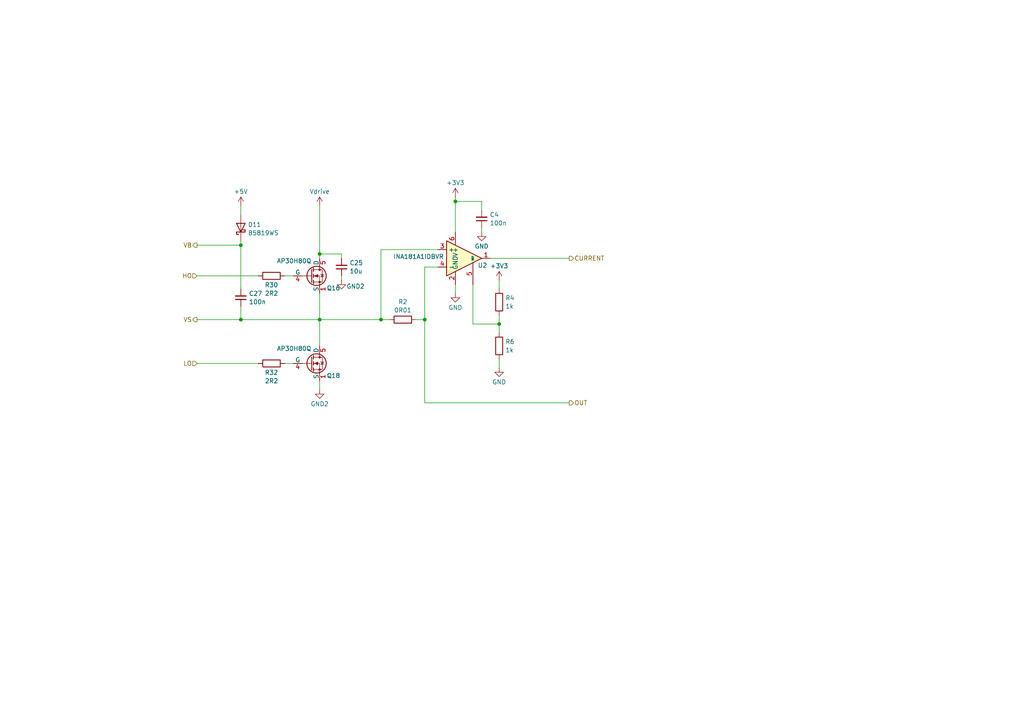
<source format=kicad_sch>
(kicad_sch (version 20231120) (generator "eeschema") (generator_version "8.0")
  (paper "A4")
  (lib_symbols
    (symbol "Device:C_Small" (pin_numbers hide) (pin_names (offset 0.254) hide)
      (property "Reference" "C" (at 0.254 1.778 0))
      (property "Value" "C_Small" (at 0.254 -2.032 0))
      (symbol "C_Small_0_1"
        (polyline (pts (xy -1.524 -0.508) (xy 1.524 -0.508)) (stroke (width 0.3302)))
        (polyline (pts (xy -1.524 0.508) (xy 1.524 0.508)) (stroke (width 0.3048)))
      )
      (symbol "C_Small_1_1"
        (pin passive line (at 0 2.54 270) (length 2.032) (name "~") (number "1"))
        (pin passive line (at 0 -2.54 90) (length 2.032) (name "~") (number "2"))
      )
    )
    (symbol "Device:D_Schottky" (pin_numbers hide) (pin_names (offset 1.016) hide)
      (property "Reference" "D" (at 0 2.54 0))
      (property "Value" "D_Schottky" (at 0 -2.54 0))
      (symbol "D_Schottky_0_1"
        (polyline (pts (xy 1.27 0) (xy -1.27 0)))
        (polyline (pts (xy 1.27 1.27) (xy 1.27 -1.27) (xy -1.27 0) (xy 1.27 1.27)) (stroke (width 0.254)))
        (polyline (pts (xy -1.905 0.635) (xy -1.905 1.27) (xy -1.27 1.27) (xy -1.27 -1.27) (xy -0.635 -1.27) (xy -0.635 -0.635)) (stroke (width 0.254)))
      )
      (symbol "D_Schottky_1_1"
        (pin passive line (at -3.81 0 0) (length 2.54) (name "K") (number "1"))
        (pin passive line (at 3.81 0 180) (length 2.54) (name "A") (number "2"))
      )
    )
    (symbol "Device:R" (pin_numbers hide) (pin_names (offset 0))
      (property "Reference" "R" (at 2.032 0 90))
      (property "Value" "R" (at 0 0 90))
      (symbol "R_0_1"
        (rectangle (start -1.016 -2.54) (end 1.016 2.54) (stroke (width 0.254)))
      )
      (symbol "R_1_1"
        (pin passive line (at 0 3.81 270) (length 1.27) (name "~") (number "1"))
        (pin passive line (at 0 -3.81 90) (length 1.27) (name "~") (number "2"))
      )
    )
    (symbol "esp32-bldc-foc:AP30H80Q" (pin_names (offset 0))
      (property "Reference" "Q" (at 2.54 -2.794 0))
      (property "Value" "AP30H80Q" (at 7.62 0 0))
      (symbol "AP30H80Q_0_1"
        (circle (center -0.889 0) (radius 2.794) (stroke (width 0.254)))
        (circle (center 0 -1.778) (radius 0.254) (fill (type outline)))
        (polyline (pts (xy -2.286 0) (xy -5.08 0)))
        (polyline (pts (xy -2.286 1.905) (xy -2.286 -1.905)) (stroke (width 0.254)))
        (polyline (pts (xy -1.778 -1.27) (xy -1.778 -2.286)) (stroke (width 0.254)))
        (polyline (pts (xy -1.778 0.508) (xy -1.778 -0.508)) (stroke (width 0.254)))
        (polyline (pts (xy -1.778 2.286) (xy -1.778 1.27)) (stroke (width 0.254)))
        (polyline (pts (xy 0 2.54) (xy 0 1.778)))
        (polyline (pts (xy 0 -2.54) (xy 0 0) (xy -1.778 0)))
        (polyline (pts (xy -1.778 -1.778) (xy 0.762 -1.778) (xy 0.762 1.778) (xy -1.778 1.778)))
        (polyline (pts (xy -1.524 0) (xy -0.508 0.381) (xy -0.508 -0.381) (xy -1.524 0)) (fill (type outline)))
        (polyline (pts (xy 0.254 0.508) (xy 0.381 0.381) (xy 1.143 0.381) (xy 1.27 0.254)))
        (polyline (pts (xy 0.762 0.381) (xy 0.381 -0.254) (xy 1.143 -0.254) (xy 0.762 0.381)))
        (circle (center 0 1.778) (radius 0.254) (fill (type outline)))
      )
      (symbol "AP30H80Q_1_1"
        (pin passive line (at 0 -5.08 90) (length 2.54) (name "S") (number "1"))
        (pin passive line (at 0 -5.08 90) (length 2.54) hide (name "S") (number "2"))
        (pin passive line (at 0 -5.08 90) (length 2.54) hide (name "S") (number "3"))
        (pin input line (at -7.62 0 0) (length 2.54) (name "G") (number "4"))
        (pin passive line (at 0 5.08 270) (length 2.54) (name "D") (number "5"))
        (pin passive line (at 0 5.08 270) (length 2.54) hide (name "D") (number "6"))
        (pin passive line (at 0 5.08 270) (length 2.54) hide (name "D") (number "7"))
        (pin passive line (at 0 5.08 270) (length 2.54) hide (name "D") (number "8"))
        (pin passive line (at 0 5.08 270) (length 2.54) hide (name "D") (number "9"))
      )
    )
    (symbol "esp32-bldc-foc:INA181A1IDBVR"
      (property "Reference" "U" (at 6.858 -2.032 0))
      (property "Value" "INA181A1IDBVR" (at 9.144 4.064 0))
      (symbol "INA181A1IDBVR_0_1"
        (polyline (pts (xy 7.62 0) (xy -2.54 5.08) (xy -2.54 -5.08) (xy 7.62 0)) (stroke (width 0.254)) (fill (type background)))
      )
      (symbol "INA181A1IDBVR_1_1"
        (pin output line (at 10.16 0 180) (length 2.54) (name "~") (number "1"))
        (pin power_in line (at 0 -7.62 90) (length 3.81) (name "GND") (number "2"))
        (pin input line (at -5.08 2.54 0) (length 2.54) (name "+") (number "3"))
        (pin input line (at -5.08 -2.54 0) (length 2.54) (name "-") (number "4"))
        (pin input line (at 5.08 -7.62 90) (length 6.35) (name "REF") (number "5"))
        (pin power_in line (at 0 7.62 270) (length 3.81) (name "V+") (number "6"))
      )
    )
    (symbol "power:+3.3V" (power) (pin_numbers hide) (pin_names (offset 0) hide)
      (property "Value" "+3.3V" (at 0 3.556 0))
      (symbol "+3.3V_0_1"
        (polyline (pts (xy -0.762 1.27) (xy 0 2.54)))
        (polyline (pts (xy 0 0) (xy 0 2.54)))
        (polyline (pts (xy 0 2.54) (xy 0.762 1.27)))
      )
      (symbol "+3.3V_1_1"
        (pin power_in line (at 0 0 90) (length 0) (name "~") (number "1"))
      )
    )
    (symbol "power:+5V" (power) (pin_numbers hide) (pin_names (offset 0) hide)
      (property "Value" "+5V" (at 0 3.556 0))
      (symbol "+5V_0_1"
        (polyline (pts (xy -0.762 1.27) (xy 0 2.54)))
        (polyline (pts (xy 0 0) (xy 0 2.54)))
        (polyline (pts (xy 0 2.54) (xy 0.762 1.27)))
      )
      (symbol "+5V_1_1"
        (pin power_in line (at 0 0 90) (length 0) (name "~") (number "1"))
      )
    )
    (symbol "power:GND" (power) (pin_numbers hide) (pin_names (offset 0) hide)
      (property "Value" "GND" (at 0 -3.81 0))
      (symbol "GND_0_1"
        (polyline (pts (xy 0 0) (xy 0 -1.27) (xy 1.27 -1.27) (xy 0 -2.54) (xy -1.27 -1.27) (xy 0 -1.27)))
      )
      (symbol "GND_1_1"
        (pin power_in line (at 0 0 270) (length 0) (name "~") (number "1"))
      )
    )
    (symbol "power:GND2" (power) (pin_numbers hide) (pin_names (offset 0) hide)
      (property "Value" "GND2" (at 0 -3.81 0))
      (symbol "GND2_0_1"
        (polyline (pts (xy 0 0) (xy 0 -1.27) (xy 1.27 -1.27) (xy 0 -2.54) (xy -1.27 -1.27) (xy 0 -1.27)))
      )
      (symbol "GND2_1_1"
        (pin power_in line (at 0 0 270) (length 0) (name "~") (number "1"))
      )
    )
    (symbol "power:Vdrive" (power) (pin_numbers hide) (pin_names (offset 0) hide)
      (property "Value" "Vdrive" (at 0 3.556 0))
      (symbol "Vdrive_0_1"
        (polyline (pts (xy -0.762 1.27) (xy 0 2.54)))
        (polyline (pts (xy 0 0) (xy 0 2.54)))
        (polyline (pts (xy 0 2.54) (xy 0.762 1.27)))
      )
      (symbol "Vdrive_1_1"
        (pin power_in line (at 0 0 90) (length 0) (name "~") (number "1"))
      )
    )
  )
  (junction (at 69.85 92.71))
  (junction (at 132.08 58.42))
  (junction (at 69.85 71.12))
  (junction (at 92.71 92.71))
  (junction (at 92.71 73.66))
  (junction (at 123.19 92.71))
  (junction (at 144.78 93.98))
  (junction (at 110.49 92.71))
  (wire (pts (xy 92.71 85.09) (xy 92.71 92.71)))
  (wire (pts (xy 82.55 80.01) (xy 85.09 80.01)))
  (wire (pts (xy 92.71 73.66) (xy 92.71 74.93)))
  (wire (pts (xy 132.08 57.15) (xy 132.08 58.42)))
  (wire (pts (xy 57.15 92.71) (xy 69.85 92.71)))
  (wire (pts (xy 69.85 88.9) (xy 69.85 92.71)))
  (wire (pts (xy 144.78 104.14) (xy 144.78 106.68)))
  (wire (pts (xy 123.19 116.84) (xy 123.19 92.71)))
  (wire (pts (xy 92.71 110.49) (xy 92.71 113.03)))
  (wire (pts (xy 57.15 80.01) (xy 74.93 80.01)))
  (wire (pts (xy 132.08 58.42) (xy 132.08 67.31)))
  (wire (pts (xy 123.19 116.84) (xy 165.1 116.84)))
  (wire (pts (xy 144.78 93.98) (xy 144.78 96.52)))
  (wire (pts (xy 69.85 71.12) (xy 69.85 83.82)))
  (wire (pts (xy 127 72.39) (xy 110.49 72.39)))
  (wire (pts (xy 132.08 82.55) (xy 132.08 85.09)))
  (wire (pts (xy 144.78 91.44) (xy 144.78 93.98)))
  (wire (pts (xy 142.24 74.93) (xy 165.1 74.93)))
  (wire (pts (xy 123.19 77.47) (xy 123.19 92.71)))
  (wire (pts (xy 144.78 81.28) (xy 144.78 83.82)))
  (wire (pts (xy 92.71 92.71) (xy 92.71 100.33)))
  (wire (pts (xy 127 77.47) (xy 123.19 77.47)))
  (wire (pts (xy 99.06 73.66) (xy 92.71 73.66)))
  (wire (pts (xy 99.06 80.01) (xy 99.06 81.28)))
  (wire (pts (xy 139.7 58.42) (xy 139.7 60.96)))
  (wire (pts (xy 120.65 92.71) (xy 123.19 92.71)))
  (wire (pts (xy 82.55 105.41) (xy 85.09 105.41)))
  (wire (pts (xy 92.71 59.69) (xy 92.71 73.66)))
  (wire (pts (xy 69.85 69.85) (xy 69.85 71.12)))
  (wire (pts (xy 92.71 92.71) (xy 110.49 92.71)))
  (wire (pts (xy 110.49 92.71) (xy 113.03 92.71)))
  (wire (pts (xy 139.7 66.04) (xy 139.7 67.31)))
  (wire (pts (xy 139.7 58.42) (xy 132.08 58.42)))
  (wire (pts (xy 57.15 105.41) (xy 74.93 105.41)))
  (wire (pts (xy 99.06 74.93) (xy 99.06 73.66)))
  (wire (pts (xy 137.16 82.55) (xy 137.16 93.98)))
  (wire (pts (xy 137.16 93.98) (xy 144.78 93.98)))
  (wire (pts (xy 69.85 92.71) (xy 92.71 92.71)))
  (wire (pts (xy 69.85 59.69) (xy 69.85 62.23)))
  (wire (pts (xy 57.15 71.12) (xy 69.85 71.12)))
  (wire (pts (xy 110.49 72.39) (xy 110.49 92.71)))
  (hierarchical_label "VB" (shape output) (at 57.15 71.12 180))
  (hierarchical_label "LO" (shape input) (at 57.15 105.41 180))
  (hierarchical_label "CURRENT" (shape output) (at 165.1 74.93 0))
  (hierarchical_label "HO" (shape input) (at 57.15 80.01 180))
  (hierarchical_label "VS" (shape output) (at 57.15 92.71 180))
  (hierarchical_label "OUT" (shape output) (at 165.1 116.84 0))
  (symbol (lib_id "Device:R") (at 144.78 87.63 180) (unit 1)
    (property "Reference" "R4" (at 146.558 86.4178 0) (effects (justify right)))
    (property "Value" "1k" (at 146.558 88.8421 0) (effects (justify right)))
    (property "Footprint" "Resistor_SMD:R_0603_1608Metric" (effects (hide yes)))
    (property "Description" "Resistor" (effects (hide yes)))
    (instances (project "esp32-bldc-foc" (path "" (reference "R4") (unit 1)) (path "" (reference "R36") (unit 1)) (path "" (reference "R38") (unit 1))))
  )
  (symbol (lib_id "esp32-bldc-foc:AP30H80Q") (at 92.71 105.41 0) (unit 1)
    (property "Reference" "Q18" (at 94.742 108.966 0) (effects (justify left)))
    (property "Value" "AP30H80Q" (at 80.264 101.092 0) (effects (justify left)))
    (property "Footprint" "esp32-bldc-foc:DFN-8_L3.2-W3.1-P0.65-LS3.4-BL" (effects (hide yes)))
    (property "LCSC Part" "C2828592" (effects (hide yes)))
    (instances (project "esp32-bldc-foc" (path "" (reference "Q18") (unit 1)) (path "" (reference "Q10") (unit 1)) (path "" (reference "Q14") (unit 1))))
  )
  (symbol (lib_id "power:+3.3V") (at 132.08 57.15 0) (unit 1)
    (property "Reference" "#PWR03005" (effects (hide yes)))
    (property "Value" "+3V3" (at 132.08 53.0169 0))
    (property "Description" "Power symbol creates a global label with name \"+3.3V\"" (effects (hide yes)))
    (instances (project "esp32-bldc-foc" (path "" (reference "#PWR03005") (unit 1)) (path "" (reference "#PWR04005") (unit 1)) (path "" (reference "#PWR02005") (unit 1))))
  )
  (symbol (lib_id "Device:C_Small") (at 99.06 77.47 180) (unit 1)
    (property "Reference" "C25" (at 101.3841 76.2514 0) (effects (justify right)))
    (property "Value" "10u" (at 101.3841 78.6757 0) (effects (justify right)))
    (property "Footprint" "Capacitor_SMD:C_1206_3216Metric" (effects (hide yes)))
    (property "Description" "Unpolarized capacitor, small symbol" (effects (hide yes)))
    (instances (project "esp32-bldc-foc" (path "" (reference "C25") (unit 1)) (path "" (reference "C15") (unit 1)) (path "" (reference "C21") (unit 1))))
  )
  (symbol (lib_id "Device:C_Small") (at 69.85 86.36 180) (unit 1)
    (property "Reference" "C27" (at 72.1741 85.1414 0) (effects (justify right)))
    (property "Value" "100n" (at 72.1741 87.5657 0) (effects (justify right)))
    (property "Footprint" "Capacitor_SMD:C_0603_1608Metric" (effects (hide yes)))
    (property "Description" "Unpolarized capacitor, small symbol" (effects (hide yes)))
    (instances (project "esp32-bldc-foc" (path "" (reference "C27") (unit 1)) (path "" (reference "C19") (unit 1)) (path "" (reference "C23") (unit 1))))
  )
  (symbol (lib_id "Device:R") (at 78.74 80.01 90) (unit 1)
    (property "Reference" "R30" (at 78.74 82.6657 90))
    (property "Value" "2R2" (at 78.74 85.09 90))
    (property "Footprint" "Resistor_SMD:R_0603_1608Metric" (effects (hide yes)))
    (property "Description" "Resistor" (effects (hide yes)))
    (instances (project "esp32-bldc-foc" (path "" (reference "R30") (unit 1)) (path "" (reference "R18") (unit 1)) (path "" (reference "R24") (unit 1))))
  )
  (symbol (lib_id "power:GND2") (at 99.06 81.28 0) (unit 1)
    (property "Reference" "#PWR03004" (effects (hide yes)))
    (property "Value" "GND2" (at 103.124 83.058 0))
    (property "Description" "Power symbol creates a global label with name \"GND2\" , ground" (effects (hide yes)))
    (instances (project "esp32-bldc-foc" (path "" (reference "#PWR03004") (unit 1)) (path "" (reference "#PWR04004") (unit 1)) (path "" (reference "#PWR02004") (unit 1))))
  )
  (symbol (lib_id "power:GND") (at 139.7 67.31 0) (unit 1)
    (property "Reference" "#PWR03007" (effects (hide yes)))
    (property "Value" "GND" (at 139.7 71.4431 0))
    (property "Description" "Power symbol creates a global label with name \"GND\" , ground" (effects (hide yes)))
    (instances (project "esp32-bldc-foc" (path "" (reference "#PWR03007") (unit 1)) (path "" (reference "#PWR04007") (unit 1)) (path "" (reference "#PWR02007") (unit 1))))
  )
  (symbol (lib_id "Device:R") (at 116.84 92.71 90) (unit 1)
    (property "Reference" "R2" (at 116.84 87.5495 90))
    (property "Value" "0R01" (at 116.84 89.9738 90))
    (property "Footprint" "Resistor_SMD:R_1206_3216Metric" (effects (hide yes)))
    (property "Description" "Resistor" (effects (hide yes)))
    (instances (project "esp32-bldc-foc" (path "" (reference "R2") (unit 1)) (path "" (reference "R20") (unit 1)) (path "" (reference "R26") (unit 1))))
  )
  (symbol (lib_id "power:GND") (at 132.08 85.09 0) (unit 1)
    (property "Reference" "#PWR03006" (effects (hide yes)))
    (property "Value" "GND" (at 132.08 89.2231 0))
    (property "Description" "Power symbol creates a global label with name \"GND\" , ground" (effects (hide yes)))
    (instances (project "esp32-bldc-foc" (path "" (reference "#PWR03006") (unit 1)) (path "" (reference "#PWR04006") (unit 1)) (path "" (reference "#PWR02006") (unit 1))))
  )
  (symbol (lib_id "Device:D_Schottky") (at 69.85 66.04 90) (unit 1)
    (property "Reference" "D11" (at 71.882 65.1453 90) (effects (justify right)))
    (property "Value" "B5819WS" (at 71.882 67.5696 90) (effects (justify right)))
    (property "Footprint" "Diode_SMD:D_SOD-323" (effects (hide yes)))
    (property "Description" "Schottky diode" (effects (hide yes)))
    (instances (project "esp32-bldc-foc" (path "" (reference "D11") (unit 1)) (path "" (reference "D7") (unit 1)) (path "" (reference "D9") (unit 1))))
  )
  (symbol (lib_id "power:+5V") (at 69.85 59.69 0) (unit 1)
    (property "Reference" "#PWR03001" (effects (hide yes)))
    (property "Value" "+5V" (at 69.85 55.5569 0))
    (property "Description" "Power symbol creates a global label with name \"+5V\"" (effects (hide yes)))
    (instances (project "esp32-bldc-foc" (path "" (reference "#PWR03001") (unit 1)) (path "" (reference "#PWR04001") (unit 1)) (path "" (reference "#PWR02001") (unit 1))))
  )
  (symbol (lib_id "power:GND2") (at 92.71 113.03 0) (unit 1)
    (property "Reference" "#PWR03003" (effects (hide yes)))
    (property "Value" "GND2" (at 92.71 117.1631 0))
    (property "Description" "Power symbol creates a global label with name \"GND2\" , ground" (effects (hide yes)))
    (instances (project "esp32-bldc-foc" (path "" (reference "#PWR03003") (unit 1)) (path "" (reference "#PWR04003") (unit 1)) (path "" (reference "#PWR02003") (unit 1))))
  )
  (symbol (lib_id "esp32-bldc-foc:AP30H80Q") (at 92.71 80.01 0) (unit 1)
    (property "Reference" "Q16" (at 94.742 83.566 0) (effects (justify left)))
    (property "Value" "AP30H80Q" (at 80.264 75.692 0) (effects (justify left)))
    (property "Footprint" "esp32-bldc-foc:DFN-8_L3.2-W3.1-P0.65-LS3.4-BL" (effects (hide yes)))
    (property "LCSC Part" "C2828592" (effects (hide yes)))
    (instances (project "esp32-bldc-foc" (path "" (reference "Q16") (unit 1)) (path "" (reference "Q8") (unit 1)) (path "" (reference "Q12") (unit 1))))
  )
  (symbol (lib_id "Device:R") (at 78.74 105.41 90) (unit 1)
    (property "Reference" "R32" (at 78.74 108.0657 90))
    (property "Value" "2R2" (at 78.74 110.49 90))
    (property "Footprint" "Resistor_SMD:R_0603_1608Metric" (effects (hide yes)))
    (property "Description" "Resistor" (effects (hide yes)))
    (instances (project "esp32-bldc-foc" (path "" (reference "R32") (unit 1)) (path "" (reference "R22") (unit 1)) (path "" (reference "R28") (unit 1))))
  )
  (symbol (lib_id "power:+3.3V") (at 144.78 81.28 0) (unit 1)
    (property "Reference" "#PWR03008" (effects (hide yes)))
    (property "Value" "+3V3" (at 144.78 77.1469 0))
    (property "Description" "Power symbol creates a global label with name \"+3.3V\"" (effects (hide yes)))
    (instances (project "esp32-bldc-foc" (path "" (reference "#PWR03008") (unit 1)) (path "" (reference "#PWR04008") (unit 1)) (path "" (reference "#PWR02008") (unit 1))))
  )
  (symbol (lib_id "Device:C_Small") (at 139.7 63.5 180) (unit 1)
    (property "Reference" "C4" (at 142.0241 62.2814 0) (effects (justify right)))
    (property "Value" "100n" (at 142.0241 64.7057 0) (effects (justify right)))
    (property "Footprint" "Capacitor_SMD:C_0603_1608Metric" (effects (hide yes)))
    (property "Description" "Unpolarized capacitor, small symbol" (effects (hide yes)))
    (instances (project "esp32-bldc-foc" (path "" (reference "C4") (unit 1)) (path "" (reference "C29") (unit 1)) (path "" (reference "C30") (unit 1))))
  )
  (symbol (lib_id "power:Vdrive") (at 92.71 59.69 0) (unit 1)
    (property "Reference" "#PWR03002" (effects (hide yes)))
    (property "Value" "Vdrive" (at 92.71 55.5569 0))
    (property "Description" "Power symbol creates a global label with name \"Vdrive\"" (effects (hide yes)))
    (instances (project "esp32-bldc-foc" (path "" (reference "#PWR03002") (unit 1)) (path "" (reference "#PWR04002") (unit 1)) (path "" (reference "#PWR02002") (unit 1))))
  )
  (symbol (lib_id "power:GND") (at 144.78 106.68 0) (unit 1)
    (property "Reference" "#PWR03009" (effects (hide yes)))
    (property "Value" "GND" (at 144.78 110.8131 0))
    (property "Description" "Power symbol creates a global label with name \"GND\" , ground" (effects (hide yes)))
    (instances (project "esp32-bldc-foc" (path "" (reference "#PWR03009") (unit 1)) (path "" (reference "#PWR04009") (unit 1)) (path "" (reference "#PWR02009") (unit 1))))
  )
  (symbol (lib_id "esp32-bldc-foc:INA181A1IDBVR") (at 132.08 74.93 0) (unit 1)
    (property "Reference" "U2" (at 139.954 76.962 0))
    (property "Value" "INA181A1IDBVR" (at 121.412 74.422 0))
    (property "Footprint" "Package_TO_SOT_SMD:SOT-23-6" (effects (hide yes)))
    (property "LCSC Part" "C2058943" (effects (hide yes)))
    (instances (project "esp32-bldc-foc" (path "" (reference "U2") (unit 1)) (path "" (reference "U21") (unit 1)) (path "" (reference "U23") (unit 1))))
  )
  (symbol (lib_id "Device:R") (at 144.78 100.33 0) (unit 1)
    (property "Reference" "R6" (at 146.558 99.1178 0) (effects (justify left)))
    (property "Value" "1k" (at 146.558 101.5421 0) (effects (justify left)))
    (property "Footprint" "Resistor_SMD:R_0603_1608Metric" (effects (hide yes)))
    (property "Description" "Resistor" (effects (hide yes)))
    (instances (project "esp32-bldc-foc" (path "" (reference "R6") (unit 1)) (path "" (reference "R37") (unit 1)) (path "" (reference "R39") (unit 1))))
  )
)
</source>
